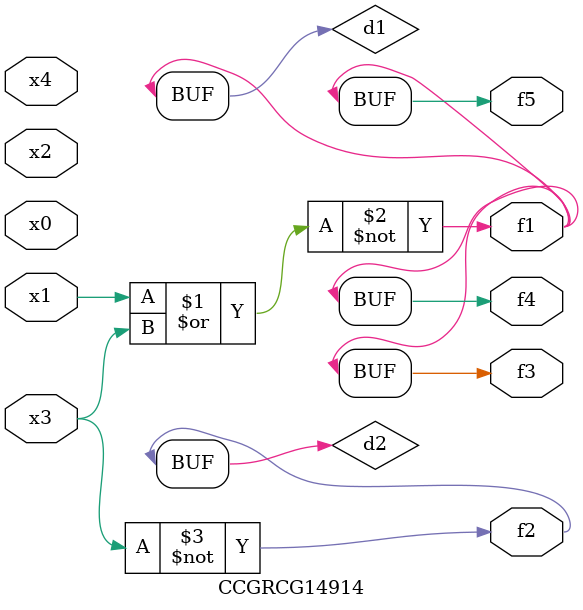
<source format=v>
module CCGRCG14914(
	input x0, x1, x2, x3, x4,
	output f1, f2, f3, f4, f5
);

	wire d1, d2;

	nor (d1, x1, x3);
	not (d2, x3);
	assign f1 = d1;
	assign f2 = d2;
	assign f3 = d1;
	assign f4 = d1;
	assign f5 = d1;
endmodule

</source>
